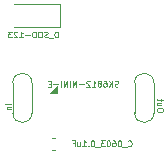
<source format=gbr>
%TF.GenerationSoftware,KiCad,Pcbnew,6.0.5*%
%TF.CreationDate,2022-10-09T08:24:47+11:00*%
%TF.ProjectId,ameoba,616d656f-6261-42e6-9b69-6361645f7063,rev?*%
%TF.SameCoordinates,Original*%
%TF.FileFunction,Legend,Bot*%
%TF.FilePolarity,Positive*%
%FSLAX46Y46*%
G04 Gerber Fmt 4.6, Leading zero omitted, Abs format (unit mm)*
G04 Created by KiCad (PCBNEW 6.0.5) date 2022-10-09 08:24:47*
%MOMM*%
%LPD*%
G01*
G04 APERTURE LIST*
%ADD10C,0.125000*%
%ADD11C,0.120000*%
%ADD12C,0.100000*%
G04 APERTURE END LIST*
D10*
X32202682Y-30142287D02*
X32202682Y-30047049D01*
X32178873Y-29999430D01*
X32131253Y-29951811D01*
X32036015Y-29928001D01*
X31869349Y-29928001D01*
X31774111Y-29951811D01*
X31726492Y-29999430D01*
X31702682Y-30047049D01*
X31702682Y-30142287D01*
X31726492Y-30189906D01*
X31774111Y-30237525D01*
X31869349Y-30261335D01*
X32036015Y-30261335D01*
X32131253Y-30237525D01*
X32178873Y-30189906D01*
X32202682Y-30142287D01*
X32036015Y-29499430D02*
X31702682Y-29499430D01*
X32036015Y-29713716D02*
X31774111Y-29713716D01*
X31726492Y-29689906D01*
X31702682Y-29642287D01*
X31702682Y-29570859D01*
X31726492Y-29523240D01*
X31750301Y-29499430D01*
X32036015Y-29332763D02*
X32036015Y-29142287D01*
X32202682Y-29261335D02*
X31774111Y-29261335D01*
X31726492Y-29237525D01*
X31702682Y-29189906D01*
X31702682Y-29142287D01*
X19295691Y-29576617D02*
X18795691Y-29576617D01*
X18962358Y-29814712D02*
X19295691Y-29814712D01*
X19009977Y-29814712D02*
X18986167Y-29838522D01*
X18962358Y-29886141D01*
X18962358Y-29957569D01*
X18986167Y-30005188D01*
X19033786Y-30028998D01*
X19295691Y-30028998D01*
%TO.C,D3*%
X23286010Y-23959176D02*
X23286010Y-23459176D01*
X23166962Y-23459176D01*
X23095533Y-23482986D01*
X23047914Y-23530605D01*
X23024105Y-23578224D01*
X23000295Y-23673462D01*
X23000295Y-23744890D01*
X23024105Y-23840128D01*
X23047914Y-23887747D01*
X23095533Y-23935366D01*
X23166962Y-23959176D01*
X23286010Y-23959176D01*
X22905057Y-24006795D02*
X22524105Y-24006795D01*
X22428867Y-23935366D02*
X22357438Y-23959176D01*
X22238391Y-23959176D01*
X22190772Y-23935366D01*
X22166962Y-23911557D01*
X22143152Y-23863938D01*
X22143152Y-23816319D01*
X22166962Y-23768700D01*
X22190772Y-23744890D01*
X22238391Y-23721081D01*
X22333629Y-23697271D01*
X22381248Y-23673462D01*
X22405057Y-23649652D01*
X22428867Y-23602033D01*
X22428867Y-23554414D01*
X22405057Y-23506795D01*
X22381248Y-23482986D01*
X22333629Y-23459176D01*
X22214581Y-23459176D01*
X22143152Y-23482986D01*
X21833629Y-23459176D02*
X21738391Y-23459176D01*
X21690772Y-23482986D01*
X21643152Y-23530605D01*
X21619343Y-23625843D01*
X21619343Y-23792509D01*
X21643152Y-23887747D01*
X21690772Y-23935366D01*
X21738391Y-23959176D01*
X21833629Y-23959176D01*
X21881248Y-23935366D01*
X21928867Y-23887747D01*
X21952676Y-23792509D01*
X21952676Y-23625843D01*
X21928867Y-23530605D01*
X21881248Y-23482986D01*
X21833629Y-23459176D01*
X21405057Y-23959176D02*
X21405057Y-23459176D01*
X21286010Y-23459176D01*
X21214581Y-23482986D01*
X21166962Y-23530605D01*
X21143152Y-23578224D01*
X21119343Y-23673462D01*
X21119343Y-23744890D01*
X21143152Y-23840128D01*
X21166962Y-23887747D01*
X21214581Y-23935366D01*
X21286010Y-23959176D01*
X21405057Y-23959176D01*
X20905057Y-23768700D02*
X20524105Y-23768700D01*
X20024105Y-23959176D02*
X20309819Y-23959176D01*
X20166962Y-23959176D02*
X20166962Y-23459176D01*
X20214581Y-23530605D01*
X20262200Y-23578224D01*
X20309819Y-23602033D01*
X19833629Y-23506795D02*
X19809819Y-23482986D01*
X19762200Y-23459176D01*
X19643152Y-23459176D01*
X19595533Y-23482986D01*
X19571724Y-23506795D01*
X19547914Y-23554414D01*
X19547914Y-23602033D01*
X19571724Y-23673462D01*
X19857438Y-23959176D01*
X19547914Y-23959176D01*
X19381248Y-23459176D02*
X19071724Y-23459176D01*
X19238391Y-23649652D01*
X19166962Y-23649652D01*
X19119343Y-23673462D01*
X19095533Y-23697271D01*
X19071724Y-23744890D01*
X19071724Y-23863938D01*
X19095533Y-23911557D01*
X19119343Y-23935366D01*
X19166962Y-23959176D01*
X19309819Y-23959176D01*
X19357438Y-23935366D01*
X19381248Y-23911557D01*
%TO.C,REF\u002A\u002A*%
X28390629Y-28107123D02*
X28319200Y-28130933D01*
X28200153Y-28130933D01*
X28152534Y-28107123D01*
X28128724Y-28083314D01*
X28104915Y-28035695D01*
X28104915Y-27988076D01*
X28128724Y-27940457D01*
X28152534Y-27916647D01*
X28200153Y-27892838D01*
X28295391Y-27869028D01*
X28343010Y-27845219D01*
X28366819Y-27821409D01*
X28390629Y-27773790D01*
X28390629Y-27726171D01*
X28366819Y-27678552D01*
X28343010Y-27654743D01*
X28295391Y-27630933D01*
X28176343Y-27630933D01*
X28104915Y-27654743D01*
X27890629Y-28130933D02*
X27890629Y-27630933D01*
X27604915Y-28130933D02*
X27819200Y-27845219D01*
X27604915Y-27630933D02*
X27890629Y-27916647D01*
X27176343Y-27630933D02*
X27271581Y-27630933D01*
X27319200Y-27654743D01*
X27343010Y-27678552D01*
X27390629Y-27749981D01*
X27414439Y-27845219D01*
X27414439Y-28035695D01*
X27390629Y-28083314D01*
X27366819Y-28107123D01*
X27319200Y-28130933D01*
X27223962Y-28130933D01*
X27176343Y-28107123D01*
X27152534Y-28083314D01*
X27128724Y-28035695D01*
X27128724Y-27916647D01*
X27152534Y-27869028D01*
X27176343Y-27845219D01*
X27223962Y-27821409D01*
X27319200Y-27821409D01*
X27366819Y-27845219D01*
X27390629Y-27869028D01*
X27414439Y-27916647D01*
X26843010Y-27845219D02*
X26890629Y-27821409D01*
X26914439Y-27797600D01*
X26938248Y-27749981D01*
X26938248Y-27726171D01*
X26914439Y-27678552D01*
X26890629Y-27654743D01*
X26843010Y-27630933D01*
X26747772Y-27630933D01*
X26700153Y-27654743D01*
X26676343Y-27678552D01*
X26652534Y-27726171D01*
X26652534Y-27749981D01*
X26676343Y-27797600D01*
X26700153Y-27821409D01*
X26747772Y-27845219D01*
X26843010Y-27845219D01*
X26890629Y-27869028D01*
X26914439Y-27892838D01*
X26938248Y-27940457D01*
X26938248Y-28035695D01*
X26914439Y-28083314D01*
X26890629Y-28107123D01*
X26843010Y-28130933D01*
X26747772Y-28130933D01*
X26700153Y-28107123D01*
X26676343Y-28083314D01*
X26652534Y-28035695D01*
X26652534Y-27940457D01*
X26676343Y-27892838D01*
X26700153Y-27869028D01*
X26747772Y-27845219D01*
X26176343Y-28130933D02*
X26462058Y-28130933D01*
X26319200Y-28130933D02*
X26319200Y-27630933D01*
X26366819Y-27702362D01*
X26414439Y-27749981D01*
X26462058Y-27773790D01*
X25985867Y-27678552D02*
X25962058Y-27654743D01*
X25914439Y-27630933D01*
X25795391Y-27630933D01*
X25747772Y-27654743D01*
X25723962Y-27678552D01*
X25700153Y-27726171D01*
X25700153Y-27773790D01*
X25723962Y-27845219D01*
X26009677Y-28130933D01*
X25700153Y-28130933D01*
X25485867Y-27940457D02*
X25104915Y-27940457D01*
X24866819Y-28130933D02*
X24866819Y-27630933D01*
X24700153Y-27988076D01*
X24533486Y-27630933D01*
X24533486Y-28130933D01*
X24295391Y-28130933D02*
X24295391Y-27630933D01*
X24057296Y-28130933D02*
X24057296Y-27630933D01*
X23771581Y-28130933D01*
X23771581Y-27630933D01*
X23533486Y-28130933D02*
X23533486Y-27630933D01*
X23295391Y-27940457D02*
X22914439Y-27940457D01*
X22676343Y-27869028D02*
X22509677Y-27869028D01*
X22438248Y-28130933D02*
X22676343Y-28130933D01*
X22676343Y-27630933D01*
X22438248Y-27630933D01*
X29228780Y-33135173D02*
X29252590Y-33158982D01*
X29324018Y-33182792D01*
X29371637Y-33182792D01*
X29443066Y-33158982D01*
X29490685Y-33111363D01*
X29514495Y-33063744D01*
X29538304Y-32968506D01*
X29538304Y-32897078D01*
X29514495Y-32801840D01*
X29490685Y-32754221D01*
X29443066Y-32706602D01*
X29371637Y-32682792D01*
X29324018Y-32682792D01*
X29252590Y-32706602D01*
X29228780Y-32730411D01*
X29133542Y-33230411D02*
X28752590Y-33230411D01*
X28538304Y-32682792D02*
X28490685Y-32682792D01*
X28443066Y-32706602D01*
X28419256Y-32730411D01*
X28395447Y-32778030D01*
X28371637Y-32873268D01*
X28371637Y-32992316D01*
X28395447Y-33087554D01*
X28419256Y-33135173D01*
X28443066Y-33158982D01*
X28490685Y-33182792D01*
X28538304Y-33182792D01*
X28585923Y-33158982D01*
X28609733Y-33135173D01*
X28633542Y-33087554D01*
X28657352Y-32992316D01*
X28657352Y-32873268D01*
X28633542Y-32778030D01*
X28609733Y-32730411D01*
X28585923Y-32706602D01*
X28538304Y-32682792D01*
X27943066Y-32682792D02*
X28038304Y-32682792D01*
X28085923Y-32706602D01*
X28109733Y-32730411D01*
X28157352Y-32801840D01*
X28181161Y-32897078D01*
X28181161Y-33087554D01*
X28157352Y-33135173D01*
X28133542Y-33158982D01*
X28085923Y-33182792D01*
X27990685Y-33182792D01*
X27943066Y-33158982D01*
X27919256Y-33135173D01*
X27895447Y-33087554D01*
X27895447Y-32968506D01*
X27919256Y-32920887D01*
X27943066Y-32897078D01*
X27990685Y-32873268D01*
X28085923Y-32873268D01*
X28133542Y-32897078D01*
X28157352Y-32920887D01*
X28181161Y-32968506D01*
X27585923Y-32682792D02*
X27538304Y-32682792D01*
X27490685Y-32706602D01*
X27466875Y-32730411D01*
X27443066Y-32778030D01*
X27419256Y-32873268D01*
X27419256Y-32992316D01*
X27443066Y-33087554D01*
X27466875Y-33135173D01*
X27490685Y-33158982D01*
X27538304Y-33182792D01*
X27585923Y-33182792D01*
X27633542Y-33158982D01*
X27657352Y-33135173D01*
X27681161Y-33087554D01*
X27704971Y-32992316D01*
X27704971Y-32873268D01*
X27681161Y-32778030D01*
X27657352Y-32730411D01*
X27633542Y-32706602D01*
X27585923Y-32682792D01*
X27252590Y-32682792D02*
X26943066Y-32682792D01*
X27109733Y-32873268D01*
X27038304Y-32873268D01*
X26990685Y-32897078D01*
X26966875Y-32920887D01*
X26943066Y-32968506D01*
X26943066Y-33087554D01*
X26966875Y-33135173D01*
X26990685Y-33158982D01*
X27038304Y-33182792D01*
X27181161Y-33182792D01*
X27228780Y-33158982D01*
X27252590Y-33135173D01*
X26847828Y-33230411D02*
X26466875Y-33230411D01*
X26252590Y-32682792D02*
X26204971Y-32682792D01*
X26157352Y-32706602D01*
X26133542Y-32730411D01*
X26109733Y-32778030D01*
X26085923Y-32873268D01*
X26085923Y-32992316D01*
X26109733Y-33087554D01*
X26133542Y-33135173D01*
X26157352Y-33158982D01*
X26204971Y-33182792D01*
X26252590Y-33182792D01*
X26300209Y-33158982D01*
X26324018Y-33135173D01*
X26347828Y-33087554D01*
X26371637Y-32992316D01*
X26371637Y-32873268D01*
X26347828Y-32778030D01*
X26324018Y-32730411D01*
X26300209Y-32706602D01*
X26252590Y-32682792D01*
X25871637Y-33135173D02*
X25847828Y-33158982D01*
X25871637Y-33182792D01*
X25895447Y-33158982D01*
X25871637Y-33135173D01*
X25871637Y-33182792D01*
X25371637Y-33182792D02*
X25657352Y-33182792D01*
X25514495Y-33182792D02*
X25514495Y-32682792D01*
X25562114Y-32754221D01*
X25609733Y-32801840D01*
X25657352Y-32825649D01*
X24943066Y-32849459D02*
X24943066Y-33182792D01*
X25157352Y-32849459D02*
X25157352Y-33111363D01*
X25133542Y-33158982D01*
X25085923Y-33182792D01*
X25014495Y-33182792D01*
X24966875Y-33158982D01*
X24943066Y-33135173D01*
X24538304Y-32920887D02*
X24704971Y-32920887D01*
X24704971Y-33182792D02*
X24704971Y-32682792D01*
X24466875Y-32682792D01*
D11*
%TO.C,JP2*%
X21095101Y-29882808D02*
X21095101Y-28257208D01*
X19469501Y-28257208D02*
X19469501Y-27790008D01*
X21095101Y-29882808D02*
X21095101Y-30350008D01*
X19469501Y-30350008D02*
X19469501Y-29882808D01*
X21095101Y-27790008D02*
X21095101Y-28257208D01*
X19469501Y-28257208D02*
X19469501Y-29882808D01*
X19469501Y-30350008D02*
G75*
G03*
X21095101Y-30350008I812800J0D01*
G01*
X21095101Y-27790008D02*
G75*
G03*
X19469501Y-27790008I-812800J0D01*
G01*
%TO.C,D3*%
X23440772Y-23111848D02*
X19540772Y-23111848D01*
X23440772Y-21111848D02*
X19540772Y-21111848D01*
X23440772Y-21111848D02*
X23440772Y-23111848D01*
%TO.C,JP2*%
X31412719Y-27790008D02*
X31412719Y-28257208D01*
X31412719Y-29882808D02*
X31412719Y-30350008D01*
X29787119Y-30350008D02*
X29787119Y-29882808D01*
X31412719Y-29882808D02*
X31412719Y-28257208D01*
X29787119Y-28257208D02*
X29787119Y-29882808D01*
X29787119Y-28257208D02*
X29787119Y-27790008D01*
X29787119Y-30350008D02*
G75*
G03*
X31412719Y-30350008I812800J0D01*
G01*
X31412719Y-27790008D02*
G75*
G03*
X29787119Y-27790008I-812800J0D01*
G01*
%TO.C,REF\u002A\u002A*%
G36*
X23211377Y-28700000D02*
G01*
X22611377Y-28700000D01*
X23211377Y-28100000D01*
X23211377Y-28700000D01*
G37*
D12*
X23211377Y-28700000D02*
X22611377Y-28700000D01*
X23211377Y-28100000D01*
X23211377Y-28700000D01*
D11*
X23053889Y-33454693D02*
X22761355Y-33454693D01*
X23053889Y-32434693D02*
X22761355Y-32434693D01*
%TD*%
M02*

</source>
